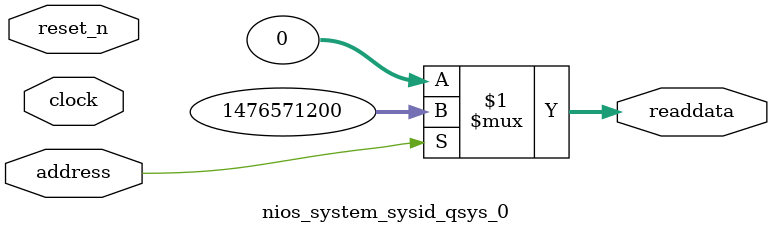
<source format=v>

`timescale 1ns / 1ps
// synthesis translate_on

// turn off superfluous verilog processor warnings 
// altera message_level Level1 
// altera message_off 10034 10035 10036 10037 10230 10240 10030 

module nios_system_sysid_qsys_0 (
               // inputs:
                address,
                clock,
                reset_n,

               // outputs:
                readdata
             )
;

  output  [ 31: 0] readdata;
  input            address;
  input            clock;
  input            reset_n;

  wire    [ 31: 0] readdata;
  //control_slave, which is an e_avalon_slave
  assign readdata = address ? 1476571200 : 0;

endmodule




</source>
